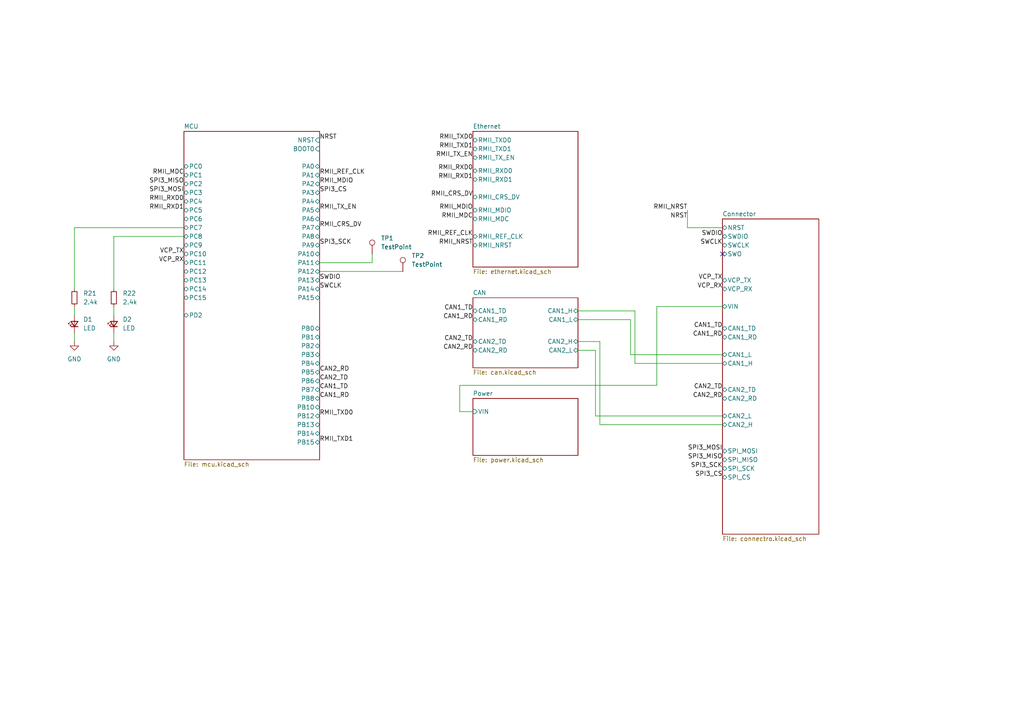
<source format=kicad_sch>
(kicad_sch (version 20231120) (generator "eeschema") (generator_version "8.0")
  (paper "A4")
  (lib_symbols
    (symbol "Connector:TestPoint" (pin_numbers hide) (pin_names (offset 0.762) hide)
      (property "Reference" "TP" (at 0 6.858 0))
      (property "Value" "TestPoint" (at 0 5.08 0))
      (symbol "TestPoint_0_1"
        (circle (center 0 3.302) (radius 0.762))
      )
      (symbol "TestPoint_1_1"
        (pin passive line (at 0 0 90) (length 2.54) (name "1") (number "1"))
      )
    )
    (symbol "Device:LED_Small" (pin_numbers hide) (pin_names (offset 0.254) hide)
      (property "Reference" "D" (at -1.27 3.175 0))
      (property "Value" "LED_Small" (at -4.445 -2.54 0))
      (symbol "LED_Small_0_1"
        (polyline (pts (xy -0.762 -1.016) (xy -0.762 1.016)) (stroke (width 0.254)))
        (polyline (pts (xy 1.016 0) (xy -0.762 0)))
        (polyline (pts (xy 0.762 -1.016) (xy -0.762 0) (xy 0.762 1.016) (xy 0.762 -1.016)) (stroke (width 0.254)))
        (polyline (pts (xy 0 0.762) (xy -0.508 1.27) (xy -0.254 1.27) (xy -0.508 1.27) (xy -0.508 1.016)))
        (polyline (pts (xy 0.508 1.27) (xy 0 1.778) (xy 0.254 1.778) (xy 0 1.778) (xy 0 1.524)))
      )
      (symbol "LED_Small_1_1"
        (pin passive line (at -2.54 0 0) (length 1.778) (name "K") (number "1"))
        (pin passive line (at 2.54 0 180) (length 1.778) (name "A") (number "2"))
      )
    )
    (symbol "Device:R_Small" (pin_numbers hide) (pin_names (offset 0.254) hide)
      (property "Reference" "R" (at 0.762 0.508 0))
      (property "Value" "R_Small" (at 0.762 -1.016 0))
      (symbol "R_Small_0_1"
        (rectangle (start -0.762 1.778) (end 0.762 -1.778) (stroke (width 0.2032)))
      )
      (symbol "R_Small_1_1"
        (pin passive line (at 0 2.54 270) (length 0.762) (name "~") (number "1"))
        (pin passive line (at 0 -2.54 90) (length 0.762) (name "~") (number "2"))
      )
    )
    (symbol "power:GND" (power) (pin_names (offset 0))
      (property "Value" "GND" (at 0 -3.81 0))
      (symbol "GND_0_1"
        (polyline (pts (xy 0 0) (xy 0 -1.27) (xy 1.27 -1.27) (xy 0 -2.54) (xy -1.27 -1.27) (xy 0 -1.27)))
      )
      (symbol "GND_1_1"
        (pin power_in line (at 0 0 270) (length 0) hide (name "GND") (number "1"))
      )
    )
  )
  (no_connect (at 209.55 73.66))
  (wire (pts (xy 209.55 66.04) (xy 199.39 66.04)))
  (wire (pts (xy 184.15 90.17) (xy 184.15 105.41)))
  (wire (pts (xy 184.15 105.41) (xy 209.55 105.41)))
  (wire (pts (xy 172.72 101.6) (xy 167.64 101.6)))
  (wire (pts (xy 199.39 66.04) (xy 199.39 60.96)))
  (wire (pts (xy 21.59 96.52) (xy 21.59 99.06)))
  (wire (pts (xy 190.5 88.9) (xy 190.5 111.76)))
  (wire (pts (xy 53.34 68.58) (xy 33.02 68.58)))
  (wire (pts (xy 182.88 102.87) (xy 182.88 92.71)))
  (wire (pts (xy 173.99 99.06) (xy 173.99 123.19)))
  (wire (pts (xy 33.02 88.9) (xy 33.02 91.44)))
  (wire (pts (xy 133.35 119.38) (xy 137.16 119.38)))
  (wire (pts (xy 209.55 102.87) (xy 182.88 102.87)))
  (wire (pts (xy 167.64 99.06) (xy 173.99 99.06)))
  (wire (pts (xy 182.88 92.71) (xy 167.64 92.71)))
  (wire (pts (xy 133.35 111.76) (xy 133.35 119.38)))
  (wire (pts (xy 33.02 99.06) (xy 33.02 96.52)))
  (wire (pts (xy 53.34 66.04) (xy 21.59 66.04)))
  (wire (pts (xy 21.59 66.04) (xy 21.59 83.82)))
  (wire (pts (xy 190.5 111.76) (xy 133.35 111.76)))
  (wire (pts (xy 92.71 76.2) (xy 107.95 76.2)))
  (wire (pts (xy 92.71 78.74) (xy 116.84 78.74)))
  (wire (pts (xy 21.59 88.9) (xy 21.59 91.44)))
  (wire (pts (xy 209.55 120.65) (xy 172.72 120.65)))
  (wire (pts (xy 173.99 123.19) (xy 209.55 123.19)))
  (wire (pts (xy 209.55 88.9) (xy 190.5 88.9)))
  (wire (pts (xy 33.02 68.58) (xy 33.02 83.82)))
  (wire (pts (xy 107.95 76.2) (xy 107.95 73.66)))
  (wire (pts (xy 167.64 90.17) (xy 184.15 90.17)))
  (wire (pts (xy 172.72 120.65) (xy 172.72 101.6)))
  (label "RMII_REF_CLK" (at 92.71 50.8 0))
  (label "SPI3_MOSI" (at 209.55 130.81 180))
  (label "RMII_MDIO" (at 137.16 60.96 180))
  (label "CAN2_RD" (at 92.71 107.95 0))
  (label "SPI3_CS" (at 209.55 138.43 180))
  (label "RMII_TXD0" (at 92.71 120.65 0))
  (label "CAN1_RD" (at 209.55 97.79 180))
  (label "RMII_TX_EN" (at 92.71 60.96 0))
  (label "CAN1_RD" (at 137.16 92.71 180))
  (label "CAN2_TD" (at 137.16 99.06 180))
  (label "RMII_RXD0" (at 53.34 58.42 180))
  (label "VCP_TX" (at 53.34 73.66 180))
  (label "SPI3_MOSI" (at 53.34 55.88 180))
  (label "SWDIO" (at 209.55 68.58 180))
  (label "CAN2_TD" (at 209.55 113.03 180))
  (label "RMII_TXD1" (at 92.71 128.27 0))
  (label "SPI3_MISO" (at 53.34 53.34 180))
  (label "CAN2_RD" (at 209.55 115.57 180))
  (label "SWCLK" (at 92.71 83.82 0))
  (label "RMII_NRST" (at 137.16 71.12 180))
  (label "CAN1_TD" (at 137.16 90.17 180))
  (label "VCP_TX" (at 209.55 81.28 180))
  (label "RMII_RXD0" (at 137.16 49.53 180))
  (label "CAN1_TD" (at 92.71 113.03 0))
  (label "RMII_TXD1" (at 137.16 43.18 180))
  (label "CAN2_RD" (at 137.16 101.6 180))
  (label "NRST" (at 92.71 40.64 0))
  (label "RMII_TXD0" (at 137.16 40.64 180))
  (label "SWDIO" (at 92.71 81.28 0))
  (label "SPI3_MISO" (at 209.55 133.35 180))
  (label "VCP_RX" (at 53.34 76.2 180))
  (label "RMII_RXD1" (at 137.16 52.07 180))
  (label "RMII_MDIO" (at 92.71 53.34 0))
  (label "RMII_RXD1" (at 53.34 60.96 180))
  (label "RMII_MDC" (at 53.34 50.8 180))
  (label "RMII_NRST" (at 199.39 60.96 180))
  (label "CAN1_RD" (at 92.71 115.57 0))
  (label "RMII_CRS_DV" (at 137.16 57.15 180))
  (label "CAN1_TD" (at 209.55 95.25 180))
  (label "SPI3_SCK" (at 209.55 135.89 180))
  (label "VCP_RX" (at 209.55 83.82 180))
  (label "SWCLK" (at 209.55 71.12 180))
  (label "RMII_TX_EN" (at 137.16 45.72 180))
  (label "CAN2_TD" (at 92.71 110.49 0))
  (label "SPI3_SCK" (at 92.71 71.12 0))
  (label "SPI3_CS" (at 92.71 55.88 0))
  (label "RMII_MDC" (at 137.16 63.5 180))
  (label "NRST" (at 199.39 63.5 180))
  (label "RMII_REF_CLK" (at 137.16 68.58 180))
  (label "RMII_CRS_DV" (at 92.71 66.04 0))
  (symbol (lib_id "power:GND") (at 33.02 99.06 0) (unit 1)
    (property "Reference" "#PWR049" (effects (hide yes)))
    (property "Value" "GND" (at 33.02 104.14 0))
    (property "Description" "Power symbol creates a global label with name \"GND\" , ground" (effects (hide yes)))
  )
  (symbol (lib_id "Device:LED_Small") (at 33.02 93.98 90) (unit 1)
    (property "Reference" "D2" (at 35.56 92.6464 90) (effects (justify right)))
    (property "Value" "LED" (at 35.56 95.1864 90) (effects (justify right)))
    (property "Footprint" "LED_SMD:LED_0603_1608Metric" (effects (hide yes)))
    (property "Description" "Light emitting diode, small symbol" (effects (hide yes)))
  )
  (symbol (lib_id "Device:LED_Small") (at 21.59 93.98 90) (unit 1)
    (property "Reference" "D1" (at 24.13 92.6464 90) (effects (justify right)))
    (property "Value" "LED" (at 24.13 95.1864 90) (effects (justify right)))
    (property "Footprint" "LED_SMD:LED_0603_1608Metric" (effects (hide yes)))
    (property "Description" "Light emitting diode, small symbol" (effects (hide yes)))
  )
  (symbol (lib_id "Connector:TestPoint") (at 116.84 78.74 0) (unit 1)
    (property "Reference" "TP2" (at 119.38 74.1679 0) (effects (justify left)))
    (property "Value" "TestPoint" (at 119.38 76.7079 0) (effects (justify left)))
    (property "Footprint" "TestPoint:TestPoint_Pad_D1.0mm" (effects (hide yes)))
    (property "Description" "test point" (effects (hide yes)))
  )
  (symbol (lib_id "Connector:TestPoint") (at 107.95 73.66 0) (unit 1)
    (property "Reference" "TP1" (at 110.49 69.0879 0) (effects (justify left)))
    (property "Value" "TestPoint" (at 110.49 71.6279 0) (effects (justify left)))
    (property "Footprint" "TestPoint:TestPoint_Pad_D1.0mm" (effects (hide yes)))
    (property "Description" "test point" (effects (hide yes)))
  )
  (symbol (lib_id "Device:R_Small") (at 21.59 86.36 0) (unit 1)
    (property "Reference" "R21" (at 24.13 85.0899 0) (effects (justify left)))
    (property "Value" "2.4k" (at 24.13 87.6299 0) (effects (justify left)))
    (property "Footprint" "Resistor_SMD:R_0402_1005Metric" (effects (hide yes)))
    (property "Description" "Resistor, small symbol" (effects (hide yes)))
  )
  (symbol (lib_id "Device:R_Small") (at 33.02 86.36 0) (unit 1)
    (property "Reference" "R22" (at 35.56 85.0899 0) (effects (justify left)))
    (property "Value" "2.4k" (at 35.56 87.6299 0) (effects (justify left)))
    (property "Footprint" "Resistor_SMD:R_0402_1005Metric" (effects (hide yes)))
    (property "Description" "Resistor, small symbol" (effects (hide yes)))
  )
  (symbol (lib_id "power:GND") (at 21.59 99.06 0) (unit 1)
    (property "Reference" "#PWR048" (effects (hide yes)))
    (property "Value" "GND" (at 21.59 104.14 0))
    (property "Description" "Power symbol creates a global label with name \"GND\" , ground" (effects (hide yes)))
  )
  (sheet (at 137.16 86.36) (size 30.48 20.32) (stroke (width 0.1524))
    (property "Sheetname" "CAN" (at 137.16 85.6484 0) (effects (justify left bottom)))
    (property "Sheetfile" "can.kicad_sch" (at 137.16 107.2646 0) (effects (justify left top)))
    (pin "CAN1_TD" bidirectional (at 137.16 90.17 180))
    (pin "CAN1_RD" bidirectional (at 137.16 92.71 180))
    (pin "CAN2_TD" bidirectional (at 137.16 99.06 180))
    (pin "CAN2_RD" bidirectional (at 137.16 101.6 180))
    (pin "CAN1_L" bidirectional (at 167.64 92.71 0))
    (pin "CAN1_H" bidirectional (at 167.64 90.17 0))
    (pin "CAN2_L" bidirectional (at 167.64 101.6 0))
    (pin "CAN2_H" bidirectional (at 167.64 99.06 0))
  )
  (sheet (at 137.16 115.57) (size 30.48 16.51) (stroke (width 0.1524))
    (property "Sheetname" "Power" (at 137.16 114.8584 0) (effects (justify left bottom)))
    (property "Sheetfile" "power.kicad_sch" (at 137.16 132.6646 0) (effects (justify left top)))
    (pin "VIN" input (at 137.16 119.38 180))
  )
  (sheet (at 209.55 63.5) (size 27.94 91.44) (stroke (width 0.1524))
    (property "Sheetname" "Connector" (at 209.55 62.7884 0) (effects (justify left bottom)))
    (property "Sheetfile" "connectro.kicad_sch" (at 209.55 155.5246 0) (effects (justify left top)))
    (pin "SWDIO" bidirectional (at 209.55 68.58 180))
    (pin "SWCLK" bidirectional (at 209.55 71.12 180))
    (pin "SWO" bidirectional (at 209.55 73.66 180))
    (pin "NRST" bidirectional (at 209.55 66.04 180))
    (pin "VCP_TX" bidirectional (at 209.55 81.28 180))
    (pin "VCP_RX" bidirectional (at 209.55 83.82 180))
    (pin "VIN" bidirectional (at 209.55 88.9 180))
    (pin "CAN2_TD" bidirectional (at 209.55 113.03 180))
    (pin "CAN2_RD" bidirectional (at 209.55 115.57 180))
    (pin "CAN2_L" bidirectional (at 209.55 120.65 180))
    (pin "CAN2_H" bidirectional (at 209.55 123.19 180))
    (pin "CAN1_H" bidirectional (at 209.55 105.41 180))
    (pin "CAN1_RD" bidirectional (at 209.55 97.79 180))
    (pin "CAN1_TD" bidirectional (at 209.55 95.25 180))
    (pin "CAN1_L" bidirectional (at 209.55 102.87 180))
    (pin "SPI_MISO" bidirectional (at 209.55 133.35 180))
    (pin "SPI_CS" bidirectional (at 209.55 138.43 180))
    (pin "SPI_SCK" bidirectional (at 209.55 135.89 180))
    (pin "SPI_MOSI" bidirectional (at 209.55 130.81 180))
  )
  (sheet (at 53.34 38.1) (size 39.37 95.25) (stroke (width 0.1524))
    (property "Sheetname" "MCU" (at 53.34 37.3884 0) (effects (justify left bottom)))
    (property "Sheetfile" "mcu.kicad_sch" (at 53.34 133.9346 0) (effects (justify left top)))
    (pin "BOOT0" input (at 92.71 43.18 0))
    (pin "PC8" bidirectional (at 53.34 68.58 180))
    (pin "PC9" bidirectional (at 53.34 71.12 180))
    (pin "PC10" bidirectional (at 53.34 73.66 180))
    (pin "PC11" bidirectional (at 53.34 76.2 180))
    (pin "PC12" bidirectional (at 53.34 78.74 180))
    (pin "PC13" bidirectional (at 53.34 81.28 180))
    (pin "PC14" bidirectional (at 53.34 83.82 180))
    (pin "PC15" bidirectional (at 53.34 86.36 180))
    (pin "PA0" bidirectional (at 92.71 48.26 0))
    (pin "PA1" bidirectional (at 92.71 50.8 0))
    (pin "PA2" bidirectional (at 92.71 53.34 0))
    (pin "PA3" bidirectional (at 92.71 55.88 0))
    (pin "PA4" bidirectional (at 92.71 58.42 0))
    (pin "PA5" bidirectional (at 92.71 60.96 0))
    (pin "PA6" bidirectional (at 92.71 63.5 0))
    (pin "PA7" bidirectional (at 92.71 66.04 0))
    (pin "PA8" bidirectional (at 92.71 68.58 0))
    (pin "PA9" bidirectional (at 92.71 71.12 0))
    (pin "PA10" bidirectional (at 92.71 73.66 0))
    (pin "PA11" bidirectional (at 92.71 76.2 0))
    (pin "PA12" bidirectional (at 92.71 78.74 0))
    (pin "PA13" bidirectional (at 92.71 81.28 0))
    (pin "PA14" bidirectional (at 92.71 83.82 0))
    (pin "PA15" bidirectional (at 92.71 86.36 0))
    (pin "PB0" bidirectional (at 92.71 95.25 0))
    (pin "PB1" bidirectional (at 92.71 97.79 0))
    (pin "PB2" bidirectional (at 92.71 100.33 0))
    (pin "PB3" bidirectional (at 92.71 102.87 0))
    (pin "PB4" bidirectional (at 92.71 105.41 0))
    (pin "PB5" bidirectional (at 92.71 107.95 0))
    (pin "PB6" bidirectional (at 92.71 110.49 0))
    (pin "PB7" bidirectional (at 92.71 113.03 0))
    (pin "PB8" bidirectional (at 92.71 115.57 0))
    (pin "PB15" bidirectional (at 92.71 128.27 0))
    (pin "PB10" bidirectional (at 92.71 118.11 0))
    (pin "PB13" bidirectional (at 92.71 123.19 0))
    (pin "PB14" bidirectional (at 92.71 125.73 0))
    (pin "PB12" bidirectional (at 92.71 120.65 0))
    (pin "NRST" input (at 92.71 40.64 0))
    (pin "PD2" bidirectional (at 53.34 91.44 180))
    (pin "PC0" bidirectional (at 53.34 48.26 180))
    (pin "PC1" bidirectional (at 53.34 50.8 180))
    (pin "PC2" bidirectional (at 53.34 53.34 180))
    (pin "PC3" bidirectional (at 53.34 55.88 180))
    (pin "PC6" bidirectional (at 53.34 63.5 180))
    (pin "PC5" bidirectional (at 53.34 60.96 180))
    (pin "PC4" bidirectional (at 53.34 58.42 180))
    (pin "PC7" bidirectional (at 53.34 66.04 180))
  )
  (sheet (at 137.16 38.1) (size 30.48 39.37) (stroke (width 0.1524))
    (property "Sheetname" "Ethernet" (at 137.16 37.3884 0) (effects (justify left bottom)))
    (property "Sheetfile" "ethernet.kicad_sch" (at 137.16 78.0546 0) (effects (justify left top)))
    (pin "RMII_CRS_DV" bidirectional (at 137.16 57.15 180))
    (pin "RMII_MDIO" bidirectional (at 137.16 60.96 180))
    (pin "RMII_MDC" bidirectional (at 137.16 63.5 180))
    (pin "RMII_REF_CLK" bidirectional (at 137.16 68.58 180))
    (pin "RMII_NRST" bidirectional (at 137.16 71.12 180))
    (pin "RMII_RXD1" bidirectional (at 137.16 52.07 180))
    (pin "RMII_TX_EN" bidirectional (at 137.16 45.72 180))
    (pin "RMII_TXD0" bidirectional (at 137.16 40.64 180))
    (pin "RMII_TXD1" bidirectional (at 137.16 43.18 180))
    (pin "RMII_RXD0" bidirectional (at 137.16 49.53 180))
  )
)
</source>
